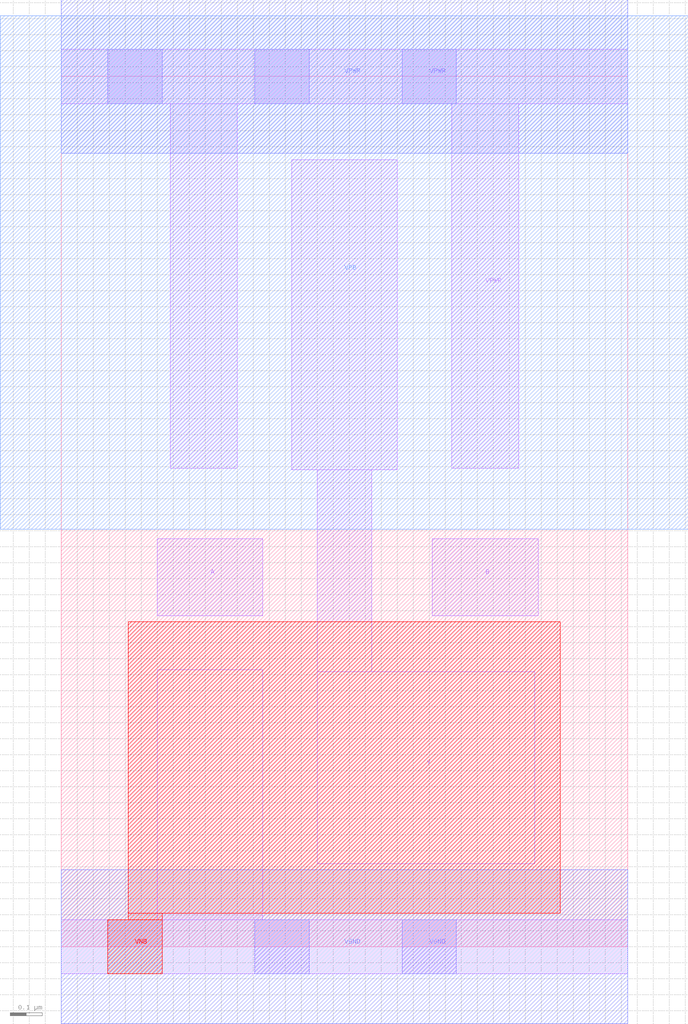
<source format=lef>
VERSION 5.7 ;
  NOWIREEXTENSIONATPIN ON ;
  DIVIDERCHAR "/" ;
  BUSBITCHARS "[]" ;
MACRO my_nand
  CLASS BLOCK ;
  FOREIGN my_nand ;
  ORIGIN 0.000 0.000 ;
  SIZE 1.770 BY 2.720 ;
  PIN Y
    ANTENNADIFFAREA 0.439000 ;
    PORT
      LAYER li1 ;
        RECT 0.720 1.490 1.050 2.460 ;
        RECT 0.800 0.860 0.970 1.490 ;
        RECT 0.800 0.260 1.480 0.860 ;
    END
  END Y
  PIN A
    ANTENNAGATEAREA 0.247500 ;
    PORT
      LAYER li1 ;
        RECT 0.300 1.035 0.630 1.275 ;
    END
  END A
  PIN B
    ANTENNAGATEAREA 0.247500 ;
    PORT
      LAYER li1 ;
        RECT 1.160 1.035 1.490 1.275 ;
    END
  END B
  PIN VGND
    USE GROUND ;
    PORT
      LAYER li1 ;
        RECT 0.300 0.085 0.630 0.865 ;
        RECT 0.000 -0.085 1.770 0.085 ;
      LAYER mcon ;
        RECT 0.145 -0.085 0.315 0.085 ;
        RECT 0.605 -0.085 0.775 0.085 ;
        RECT 1.065 -0.085 1.235 0.085 ;
      LAYER met1 ;
        RECT 0.000 -0.240 1.770 0.240 ;
    END
  END VGND
  PIN VPWR
    USE POWER ;
    PORT
      LAYER li1 ;
        RECT 0.000 2.635 1.770 2.805 ;
        RECT 0.340 1.495 0.550 2.635 ;
        RECT 1.220 1.495 1.430 2.635 ;
      LAYER mcon ;
        RECT 0.145 2.635 0.315 2.805 ;
        RECT 0.605 2.635 0.775 2.805 ;
        RECT 1.065 2.635 1.235 2.805 ;
      LAYER met1 ;
        RECT 0.000 2.480 1.770 2.960 ;
    END
  END VPWR
  PIN VPB
    PORT
      LAYER nwell ;
        RECT -0.190 1.305 1.960 2.910 ;
    END
  END VPB
  PIN VNB
    PORT
      LAYER pwell ;
        RECT 0.210 0.105 1.560 1.015 ;
        RECT 0.210 0.085 0.315 0.105 ;
        RECT 0.145 -0.085 0.315 0.085 ;
    END
  END VNB
END my_nand
END LIBRARY


</source>
